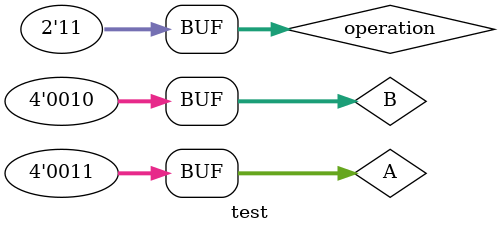
<source format=v>
module test;
	//input must be declared as reg
	//output must be declared as output
	
	reg [3:0] A, B; //input
  	reg [1:0] operation; //input
	wire [3:0] result; //output
	
	ALU uut (A, B, operation, result);
	
	initial
		begin
		$dumpfile("dump.vcd");  $dumpvars(1, test);       
		                 // display the inputs and outputs
		    
          $monitor( "A=%d B=%d result=%d", A, B,  result );
		
		//need a forloop to check 0 to 15 cases
			//for lab setting A and B for simplicity
			operation = 0; A = 3; B = 2;
			#10 operation = 1;
			#10 operation = 2;
			#10 operation = 3;
			#10 operation = 4;
			#10 operation = 5;
			#10 operation = 6;
			#10 operation = 7;
			
		end
endmodule

</source>
